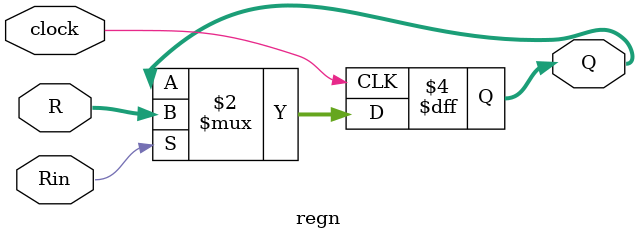
<source format=v>
module a_simple_processor (
    input clock, run, input [8:0] DIN, output reg done, output reg [8:0] BusWire, output [8:0] IR, output reg [2:0] Ystep_Q, output [8:0] R0, R1, RA, RG
);
    parameter T0 = 3'd0, T1 = 3'd1, T2 = 3'd2, T3 = 3'd3;

    wire [2:0] I;

    reg IRin;
    reg [0:7] Rin;
    reg RAin;
    reg RGin;

    reg [8:0] Rx;
    reg [8:0] Ry;
    wire [8:0] R2;
    wire [8:0] R3;
    wire [8:0] R4;
    wire [8:0] R5;
    wire [8:0] R6;
    wire [8:0] R7;

    wire [2:0] Xreg;
    wire [2:0] Yreg;

    reg [2:0] Ystep_D;

    assign I = IR[8:6];
    assign Xreg = IR[5:3];
    assign Yreg = IR[2:0];

    always @(Ystep_Q, run, I) begin
        case (Ystep_Q)
            T0: begin
                if (run) begin
                    Ystep_D = T1;
                end else begin
                    Ystep_D = T0;
                end
            end

            T1: begin
                case (I)
                    0: Ystep_D = T0;

                    1: Ystep_D = T0;

                    2: Ystep_D = T2;

                    3: Ystep_D = T2;

                    default: Ystep_D = T0;
                endcase
            end

            T2: Ystep_D = T3;

            T3: Ystep_D = T0;

            default: Ystep_D = 3'bxxx;
        endcase
    end

    always @(Ystep_Q, I, Xreg, Yreg) begin
		  done = 0;
          IRin = 0;
          Rin = 0;
          RAin = 0;
          RGin = 0;
	 
        case (Ystep_Q)
            T0: begin
                BusWire = DIN;
                IRin = 1;
                case (Xreg)
                    0: Rx = R0;
                    1: Rx = R1;
                    2: Rx = R2;
                    3: Rx = R3;
                    4: Rx = R4;
                    5: Rx = R5;
                    6: Rx = R6;
                    7: Rx = R7;
                    default: Rx = 0;
                endcase
                case (Yreg)
                    0: Ry = R0;
                    1: Ry = R1;
                    2: Ry = R2;
                    3: Ry = R3;
                    4: Ry = R4;
                    5: Ry = R5;
                    6: Ry = R6;
                    7: Ry = R7; 
                    default: Ry = 0;
                endcase
            end

            T1: begin
                case (I)
                    0: begin
                        BusWire = Ry;
                        case (Xreg)
                            0: Rin[0] = 1;
                            1: Rin[1] = 1;
                            2: Rin[2] = 1;
                            3: Rin[3] = 1;
                            4: Rin[4] = 1;
                            5: Rin[5] = 1;
                            6: Rin[6] = 1;
                            7: Rin[7] = 1;
                            default: Rin = 0;
                        endcase
                        done = 1;
                    end

                    1: begin
                        BusWire = DIN;
                        case (Xreg)
                            0: Rin[0] = 1;
                            1: Rin[1] = 1;
                            2: Rin[2] = 1;
                            3: Rin[3] = 1;
                            4: Rin[4] = 1;
                            5: Rin[5] = 1;
                            6: Rin[6] = 1;
                            7: Rin[7] = 1;
                            default: Rin = 0;
                        endcase
                        done = 1;
                    end

                    2: begin
                        BusWire = Rx;
                        RAin = 1;
                        done = 0;
                    end

                    3: begin
                        BusWire = Rx;
                        RAin = 1;
                        done = 0;
                    end

                    default: done = 0;
                endcase
            end

            T2: begin
                case (I)
                    0: begin
                        done = 0;
                    end

                    1: begin
                        done = 0;
                    end

                    2: begin
                        BusWire = Ry;
                        done = 0;
                    end

                    3: begin
                        BusWire = Ry;                        
                        done = 0;
                    end

                    default: done = 0;
                endcase
            end

            T3: begin
                case (I)
                    0: begin
                        done = 0;
                    end

                    1: begin
                        done = 0;
                    end

                    2: begin
                        BusWire = RA + Ry;
                        RGin = 1;
                        
                        done = 1;
                    end

                    3: begin
                        BusWire = RA - Ry;
                        RGin = 1;
                        
                        done = 1;
                    end

                    default: done = 0;
                endcase
            end

            default: done = 0;
        endcase
    end

    always @(posedge clock) begin
        Ystep_Q = Ystep_D;
    end

    regn reg_IR (BusWire, IRin, clock, IR);
    regn reg_R0 (BusWire, Rin[0], clock, R0);
    regn reg_R1 (BusWire, Rin[1], clock, R1);
    regn reg_R2 (BusWire, Rin[2], clock, R2);
    regn reg_R3 (BusWire, Rin[3], clock, R3);
    regn reg_R4 (BusWire, Rin[4], clock, R4);
    regn reg_R5 (BusWire, Rin[5], clock, R5);
    regn reg_R6 (BusWire, Rin[6], clock, R6);
    regn reg_R7 (BusWire, Rin[7], clock, R7);
    regn reg_RA (BusWire, RAin, clock, RA);
    regn reg_RG (BusWire, RGin, clock, RG);


endmodule



module regn (
    input [8:0] R, input Rin, clock, output reg [8:0] Q
);
    always @(posedge clock) begin
        if (Rin) begin
            Q <= R;
        end
    end
endmodule

</source>
